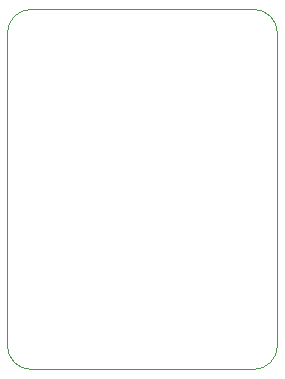
<source format=gbr>
%TF.GenerationSoftware,KiCad,Pcbnew,7.0.5*%
%TF.CreationDate,2023-07-26T01:35:10-03:00*%
%TF.ProjectId,HallCoinDetector,48616c6c-436f-4696-9e44-65746563746f,rev?*%
%TF.SameCoordinates,Original*%
%TF.FileFunction,Profile,NP*%
%FSLAX46Y46*%
G04 Gerber Fmt 4.6, Leading zero omitted, Abs format (unit mm)*
G04 Created by KiCad (PCBNEW 7.0.5) date 2023-07-26 01:35:10*
%MOMM*%
%LPD*%
G01*
G04 APERTURE LIST*
%TA.AperFunction,Profile*%
%ADD10C,0.100000*%
%TD*%
G04 APERTURE END LIST*
D10*
X155000000Y-123000000D02*
G75*
G03*
X157000000Y-125000000I2000000J0D01*
G01*
X175860000Y-125000000D02*
G75*
G03*
X177860000Y-123000000I0J2000000D01*
G01*
X157000000Y-94520000D02*
G75*
G03*
X155000000Y-96520000I0J-2000000D01*
G01*
X177860000Y-96520000D02*
G75*
G03*
X175860000Y-94520000I-2000000J0D01*
G01*
X155000000Y-123000000D02*
X155000000Y-96520000D01*
X175860000Y-125000000D02*
X157000000Y-125000000D01*
X177860000Y-96520000D02*
X177860000Y-123000000D01*
X157000000Y-94520000D02*
X175860000Y-94520000D01*
M02*

</source>
